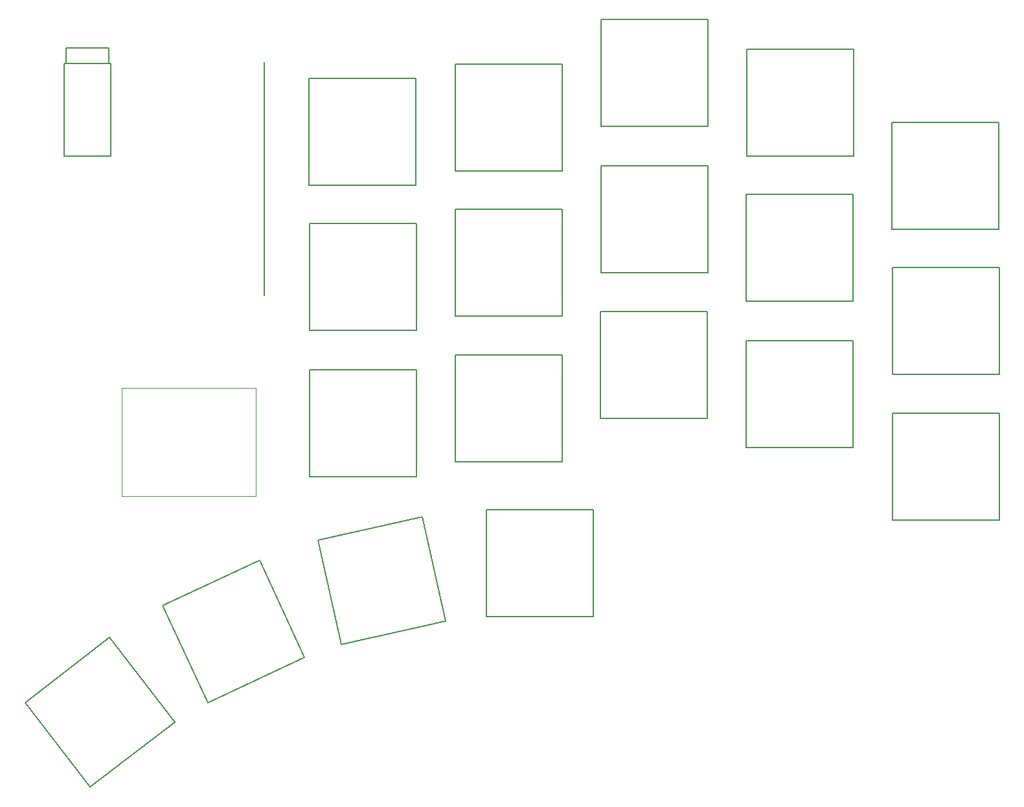
<source format=gbr>
%TF.GenerationSoftware,KiCad,Pcbnew,(5.99.0-11550-g369d813a32)*%
%TF.CreationDate,2022-01-17T19:26:58+05:30*%
%TF.ProjectId,Pteron36v0,50746572-6f6e-4333-9676-302e6b696361,rev?*%
%TF.SameCoordinates,Original*%
%TF.FileFunction,Other,ECO2*%
%FSLAX46Y46*%
G04 Gerber Fmt 4.6, Leading zero omitted, Abs format (unit mm)*
G04 Created by KiCad (PCBNEW (5.99.0-11550-g369d813a32)) date 2022-01-17 19:26:58*
%MOMM*%
%LPD*%
G01*
G04 APERTURE LIST*
%ADD10C,0.152400*%
%ADD11C,0.150000*%
%ADD12C,0.050000*%
G04 APERTURE END LIST*
D10*
%TO.C,SW20*%
X116881848Y-154816764D02*
X108377451Y-143733617D01*
X127964995Y-146312367D02*
X116881848Y-154816764D01*
X108377451Y-143733617D02*
X119460598Y-135229220D01*
X119460598Y-135229220D02*
X127964995Y-146312367D01*
D11*
%TO.C,U1*%
X139630968Y-60029844D02*
X139630968Y-90509844D01*
D10*
%TO.C,SW27*%
X145549645Y-95119727D02*
X145549645Y-81149727D01*
X159519645Y-95119727D02*
X145549645Y-95119727D01*
X145549645Y-81149727D02*
X159519645Y-81149727D01*
X159519645Y-81149727D02*
X159519645Y-95119727D01*
%TO.C,SW19*%
X183629760Y-106585009D02*
X183629760Y-92615009D01*
X197599760Y-106585009D02*
X183629760Y-106585009D01*
X183629760Y-92615009D02*
X197599760Y-92615009D01*
X197599760Y-92615009D02*
X197599760Y-106585009D01*
%TO.C,SW26*%
X159476001Y-62114832D02*
X159476001Y-76084832D01*
X145506001Y-62114832D02*
X159476001Y-62114832D01*
X159476001Y-76084832D02*
X145506001Y-76084832D01*
X145506001Y-76084832D02*
X145506001Y-62114832D01*
%TO.C,SW23*%
X178562782Y-93234207D02*
X164592782Y-93234207D01*
X164592782Y-93234207D02*
X164592782Y-79264207D01*
X164592782Y-79264207D02*
X178562782Y-79264207D01*
X178562782Y-79264207D02*
X178562782Y-93234207D01*
%TO.C,SW28*%
X159539023Y-114245179D02*
X145569023Y-114245179D01*
X159539023Y-100275179D02*
X159539023Y-114245179D01*
X145569023Y-114245179D02*
X145569023Y-100275179D01*
X145569023Y-100275179D02*
X159539023Y-100275179D01*
%TO.C,SW22*%
X178609694Y-74223582D02*
X164639694Y-74223582D01*
X164639694Y-74223582D02*
X164639694Y-60253582D01*
X178609694Y-60253582D02*
X178609694Y-74223582D01*
X164639694Y-60253582D02*
X178609694Y-60253582D01*
%TO.C,SW24*%
X164636427Y-98299103D02*
X178606427Y-98299103D01*
X178606427Y-98299103D02*
X178606427Y-112269103D01*
X164636427Y-112269103D02*
X164636427Y-98299103D01*
X178606427Y-112269103D02*
X164636427Y-112269103D01*
%TO.C,SW12*%
X216687729Y-58324418D02*
X216687729Y-72294418D01*
X202717729Y-72294418D02*
X202717729Y-58324418D01*
X216687729Y-72294418D02*
X202717729Y-72294418D01*
X202717729Y-58324418D02*
X216687729Y-58324418D01*
%TO.C,SW10*%
X160312995Y-119482476D02*
X163336656Y-133121331D01*
X146674140Y-122506137D02*
X160312995Y-119482476D01*
X149697801Y-136144992D02*
X146674140Y-122506137D01*
X163336656Y-133121331D02*
X149697801Y-136144992D01*
%TO.C,SW9*%
X221792191Y-105946435D02*
X235762191Y-105946435D01*
X221792191Y-119916435D02*
X221792191Y-105946435D01*
X235762191Y-119916435D02*
X221792191Y-119916435D01*
X235762191Y-105946435D02*
X235762191Y-119916435D01*
%TO.C,SW8*%
X221748550Y-86911534D02*
X235718550Y-86911534D01*
X235718550Y-100881534D02*
X221748550Y-100881534D01*
X235718550Y-86911534D02*
X235718550Y-100881534D01*
X221748550Y-100881534D02*
X221748550Y-86911534D01*
%TO.C,SW17*%
X183657292Y-54478929D02*
X197627292Y-54478929D01*
X183657292Y-68448929D02*
X183657292Y-54478929D01*
X197627292Y-54478929D02*
X197627292Y-68448929D01*
X197627292Y-68448929D02*
X183657292Y-68448929D01*
%TO.C,SW15*%
X132276038Y-143752221D02*
X126372061Y-131091102D01*
X144937157Y-137848244D02*
X132276038Y-143752221D01*
X139033180Y-125187125D02*
X144937157Y-137848244D01*
X126372061Y-131091102D02*
X139033180Y-125187125D01*
%TO.C,SW14*%
X216660192Y-96460490D02*
X216660192Y-110430490D01*
X216660192Y-110430490D02*
X202690192Y-110430490D01*
X202690192Y-110430490D02*
X202690192Y-96460490D01*
X202690192Y-96460490D02*
X216660192Y-96460490D01*
%TO.C,SW7*%
X221704902Y-81846632D02*
X221704902Y-67876632D01*
X221704902Y-67876632D02*
X235674902Y-67876632D01*
X235674902Y-67876632D02*
X235674902Y-81846632D01*
X235674902Y-81846632D02*
X221704902Y-81846632D01*
%TO.C,SW18*%
X183676675Y-87574380D02*
X183676675Y-73604380D01*
X183676675Y-73604380D02*
X197646675Y-73604380D01*
X197646675Y-87574380D02*
X183676675Y-87574380D01*
X197646675Y-73604380D02*
X197646675Y-87574380D01*
D12*
%TO.C,RE1*%
X121050000Y-102600000D02*
X138550000Y-102600000D01*
X138550000Y-116800000D02*
X121050000Y-116800000D01*
X121050000Y-102600000D02*
X121050000Y-116800000D01*
X138550000Y-116800000D02*
X138550000Y-102600000D01*
D10*
%TO.C,SW13*%
X202670820Y-91305046D02*
X202670820Y-77335046D01*
X216640820Y-77335046D02*
X216640820Y-91305046D01*
X216640820Y-91305046D02*
X202670820Y-91305046D01*
X202670820Y-77335046D02*
X216640820Y-77335046D01*
%TO.C,SW25*%
X168671513Y-118505813D02*
X182641513Y-118505813D01*
X182641513Y-132475813D02*
X168671513Y-132475813D01*
X168671513Y-132475813D02*
X168671513Y-118505813D01*
X182641513Y-118505813D02*
X182641513Y-132475813D01*
D11*
%TO.C,J2*%
X119367769Y-60180142D02*
X119367769Y-58180142D01*
X113767769Y-60180142D02*
X113767769Y-58180142D01*
X119617769Y-60180142D02*
X119617769Y-72280142D01*
X113767769Y-58180142D02*
X119367769Y-58180142D01*
X113517769Y-72280142D02*
X119617769Y-72280142D01*
X113517769Y-60180142D02*
X119617769Y-60180142D01*
X113517769Y-60180142D02*
X113517769Y-72280142D01*
%TD*%
M02*

</source>
